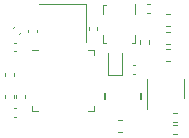
<source format=gbr>
%TF.GenerationSoftware,KiCad,Pcbnew,6.0.8*%
%TF.CreationDate,2022-11-02T10:42:09+03:00*%
%TF.ProjectId,esplog_hv,6573706c-6f67-45f6-9876-2e6b69636164,rev?*%
%TF.SameCoordinates,Original*%
%TF.FileFunction,Legend,Top*%
%TF.FilePolarity,Positive*%
%FSLAX46Y46*%
G04 Gerber Fmt 4.6, Leading zero omitted, Abs format (unit mm)*
G04 Created by KiCad (PCBNEW 6.0.8) date 2022-11-02 10:42:09*
%MOMM*%
%LPD*%
G01*
G04 APERTURE LIST*
%ADD10C,0.120000*%
%ADD11C,0.100000*%
%ADD12C,0.200000*%
G04 APERTURE END LIST*
D10*
%TO.C,C9*%
X84718821Y-56607896D02*
X84566318Y-56760399D01*
X84209704Y-56098779D02*
X84057201Y-56251282D01*
%TO.C,C2*%
X86059600Y-56409764D02*
X86059600Y-56625436D01*
X85339600Y-56409764D02*
X85339600Y-56625436D01*
%TO.C,C4*%
X84129200Y-60283036D02*
X84129200Y-60067364D01*
X83409200Y-60283036D02*
X83409200Y-60067364D01*
%TO.C,R3*%
X97606959Y-64235600D02*
X97914241Y-64235600D01*
X97606959Y-63475600D02*
X97914241Y-63475600D01*
%TO.C,U1*%
X90900400Y-63316000D02*
X90900400Y-62841000D01*
X85680400Y-63316000D02*
X85680400Y-62841000D01*
X90425400Y-58096000D02*
X90900400Y-58096000D01*
X86155400Y-63316000D02*
X85680400Y-63316000D01*
X90425400Y-63316000D02*
X90900400Y-63316000D01*
X86155400Y-58096000D02*
X85680400Y-58096000D01*
X90900400Y-58096000D02*
X90900400Y-58571000D01*
%TO.C,C8*%
X84146564Y-58221200D02*
X84362236Y-58221200D01*
X84146564Y-57501200D02*
X84362236Y-57501200D01*
%TO.C,C6*%
X84146564Y-63038400D02*
X84362236Y-63038400D01*
X84146564Y-63758400D02*
X84362236Y-63758400D01*
%TO.C,C12*%
X95660036Y-54944600D02*
X95444364Y-54944600D01*
X95660036Y-54224600D02*
X95444364Y-54224600D01*
%TO.C,R2*%
X97608959Y-64466200D02*
X97916241Y-64466200D01*
X97608959Y-65226200D02*
X97916241Y-65226200D01*
%TO.C,D1*%
X92084600Y-60230400D02*
X93284600Y-60230400D01*
X93284600Y-58380400D02*
X93284600Y-60230400D01*
X92084600Y-58380400D02*
X92084600Y-60230400D01*
%TO.C,IC1*%
X95417800Y-61341000D02*
X95417800Y-63141000D01*
X98537800Y-61341000D02*
X98537800Y-62141000D01*
X98537800Y-61341000D02*
X98537800Y-60541000D01*
X95417800Y-61341000D02*
X95417800Y-60541000D01*
%TO.C,R4*%
X95602600Y-57581041D02*
X95602600Y-57273759D01*
X94842600Y-57581041D02*
X94842600Y-57273759D01*
%TO.C,C1*%
X90470400Y-56391636D02*
X90470400Y-56175964D01*
X91190400Y-56391636D02*
X91190400Y-56175964D01*
%TO.C,C7*%
X93267380Y-64031400D02*
X92986220Y-64031400D01*
X93267380Y-65051400D02*
X92986220Y-65051400D01*
%TO.C,C11*%
X97334580Y-56110600D02*
X97053420Y-56110600D01*
X97334580Y-55090600D02*
X97053420Y-55090600D01*
D11*
%TO.C,U2*%
X91687950Y-57538800D02*
X91687950Y-56818800D01*
X94387950Y-54238800D02*
X94387950Y-55058800D01*
X91687950Y-54338800D02*
X91687950Y-55058800D01*
X94387950Y-56818800D02*
X94387950Y-57538800D01*
X94387950Y-57538800D02*
X94167950Y-57538800D01*
X91687950Y-54338800D02*
X91907950Y-54338800D01*
X91907950Y-57538800D02*
X91687950Y-57538800D01*
D10*
%TO.C,C14*%
X97334580Y-57583800D02*
X97053420Y-57583800D01*
X97334580Y-56563800D02*
X97053420Y-56563800D01*
%TO.C,Y1*%
X90265000Y-54179200D02*
X86265000Y-54179200D01*
X90265000Y-57479200D02*
X90265000Y-54179200D01*
%TO.C,C13*%
X97334580Y-59057000D02*
X97053420Y-59057000D01*
X97334580Y-58037000D02*
X97053420Y-58037000D01*
%TO.C,C3*%
X83409200Y-61924164D02*
X83409200Y-62139836D01*
X84129200Y-61924164D02*
X84129200Y-62139836D01*
%TO.C,R1*%
X84329000Y-61897159D02*
X84329000Y-62204441D01*
X85089000Y-61897159D02*
X85089000Y-62204441D01*
D12*
%TO.C,L2*%
X91871000Y-61768200D02*
X91871000Y-62268200D01*
X94871000Y-61768200D02*
X94871000Y-62268200D01*
D10*
%TO.C,C10*%
X94438836Y-59406200D02*
X94223164Y-59406200D01*
X94438836Y-60126200D02*
X94223164Y-60126200D01*
%TD*%
M02*

</source>
